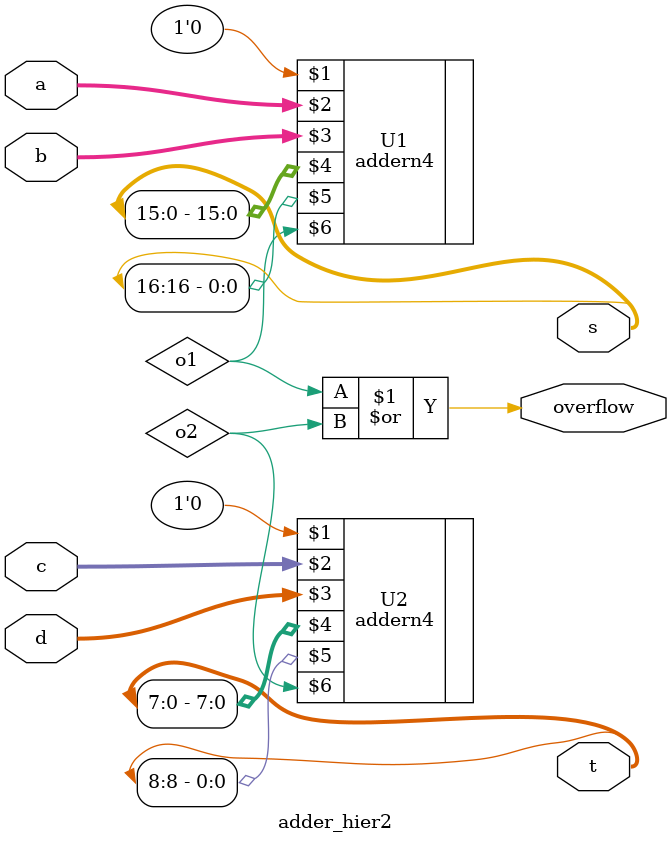
<source format=v>

`include "addern4.v"    //°üº¬µÄ×ÓÄ£¿é£¬ÐèÒª±àÒë£¬¿É²»ÓÃ¹Ü±¨´í
module adder_hier2(a,b,c,d,s,t,overflow);
    input [15:0]a,b;        //!ÊµÏÖ16Î»¼Ó·¨Æ÷
    input [7:0]c,d;    
    output [16:0]s;        //!×î¸ßÎ»ÓÃÓÚ½øÎ»Êä³ö
    output [8:0]t;
    output overflow;
    wire o1,o2;     //!ÓÃÓÚ´æ·ÅÒç³öÐÅºÅ
    
    addern4 U1 (1'b0,a,b,s[15:0],s[16],o1);
    defparam U1.n = 16;

    addern4 U2 (1'b0,c,d,t[7:0],t[8],o2);
    defparam U2.n = 8;

    assign overflow = o1|o2;

endmodule

//module addern4(cin,x,y,s,cout,overflow);
//    parameter n = 32;
//    input cin;
//    input [n-1:0]x,y;
//    output reg [n-1:0]s;
//    output reg cout,overflow;
//
//    always @(cin,x,y) 
//    begin
//        {cout,s} = x+y+cin;     //ÀûÓÃÆ´½ÓÔËËã·û£¬Ö±½Ó½«¼ÆËã½á¹û¸³¸øºÍÓë½øÎ»
//        overflow = (x[n-1]&y[n-1]&~s[n-1]) | (~x[n-1]&~y[n-1]&s[n-1]);    //¼ÓÊýÓëºÍµÄ·ûºÅ²»Í¬Ôò·¢ÉúÒç³ö
//    end
//endmodule
</source>
